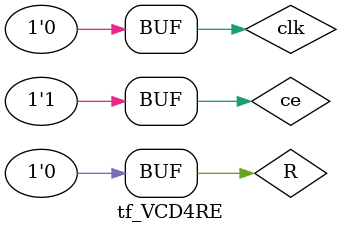
<source format=v>
`timescale 1ns / 1ps


module tf_VCD4RE;

	// Inputs
	reg clk;
	reg ce;
	reg R;

	// Outputs
	wire TC;
	wire CEO;
	wire [3:0] Q;

	// Instantiate the Unit Under Test (UUT)
	VCD4RE uut (
		.clk(clk), 
		.TC(TC), 
		.ce(ce), 
		.CEO(CEO), 
		.R(R), 
		.Q(Q)
	);

	parameter Tclk=20; //Ïåðèîä ñèãíàëà ñèíõðîíèçàöèè 20 íñ
	always begin clk=1; #(Tclk/2); clk=0; #(Tclk/2); end

	initial begin
		// Initialize Inputs
		ce = 0;
		R = 0;

		// Wait 100 ns for global reset to finish
		#100; ce = 1;
		#100; R = 1; #20; R = 0;
		#100; ce = 0; R = 1; #20; R = 0;
		#60; ce = 1;
        
		// Add stimulus here

	end
      
endmodule


</source>
